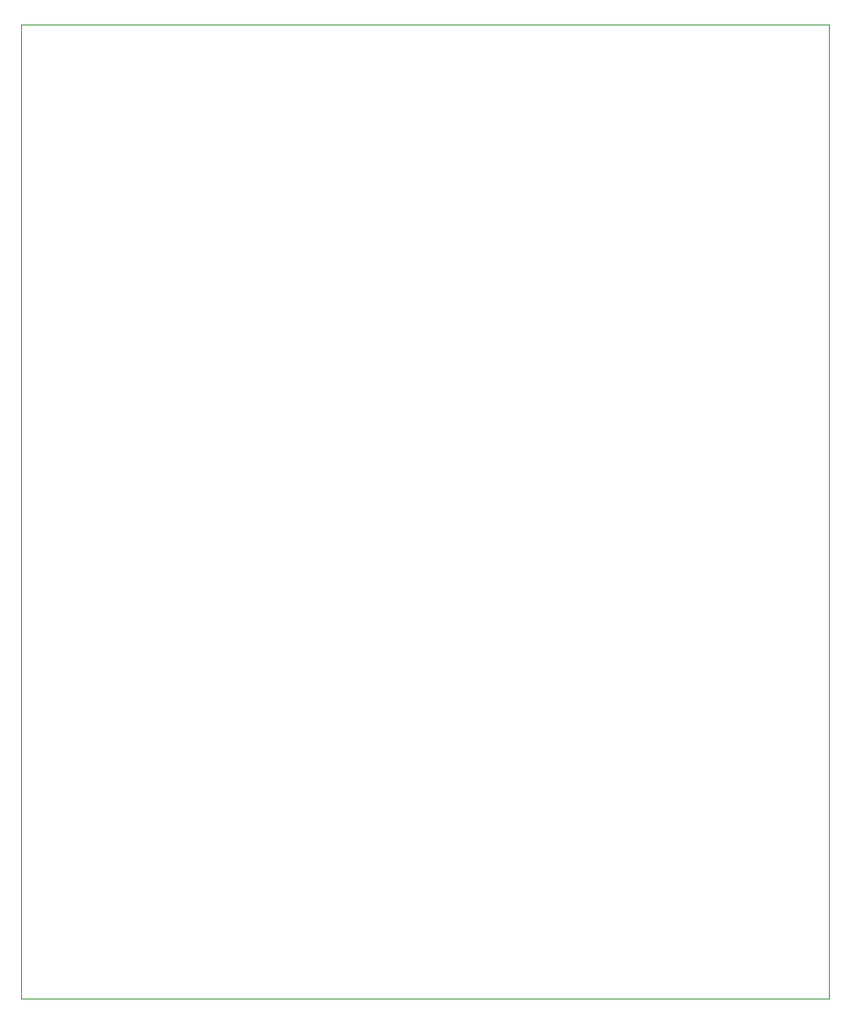
<source format=gm1>
G04 #@! TF.GenerationSoftware,KiCad,Pcbnew,6.0.1-79c1e3a40b~116~ubuntu20.04.1*
G04 #@! TF.CreationDate,2022-02-05T14:03:54+01:00*
G04 #@! TF.ProjectId,modulator,6d6f6475-6c61-4746-9f72-2e6b69636164,1.0*
G04 #@! TF.SameCoordinates,PX6acfc00PY8e18f40*
G04 #@! TF.FileFunction,Profile,NP*
%FSLAX46Y46*%
G04 Gerber Fmt 4.6, Leading zero omitted, Abs format (unit mm)*
G04 Created by KiCad (PCBNEW 6.0.1-79c1e3a40b~116~ubuntu20.04.1) date 2022-02-05 14:03:54*
%MOMM*%
%LPD*%
G01*
G04 APERTURE LIST*
G04 #@! TA.AperFunction,Profile*
%ADD10C,0.120000*%
G04 #@! TD*
G04 APERTURE END LIST*
D10*
X-1240Y93998840D02*
X-1240Y90000880D01*
X77999620Y93998840D02*
X-1240Y93998840D01*
X77999620Y1060D02*
X77999620Y93998840D01*
X73000900Y1060D02*
X77999620Y1060D01*
X-1240Y90000880D02*
X-1240Y1060D01*
X-1240Y1060D02*
X73000900Y1060D01*
M02*

</source>
